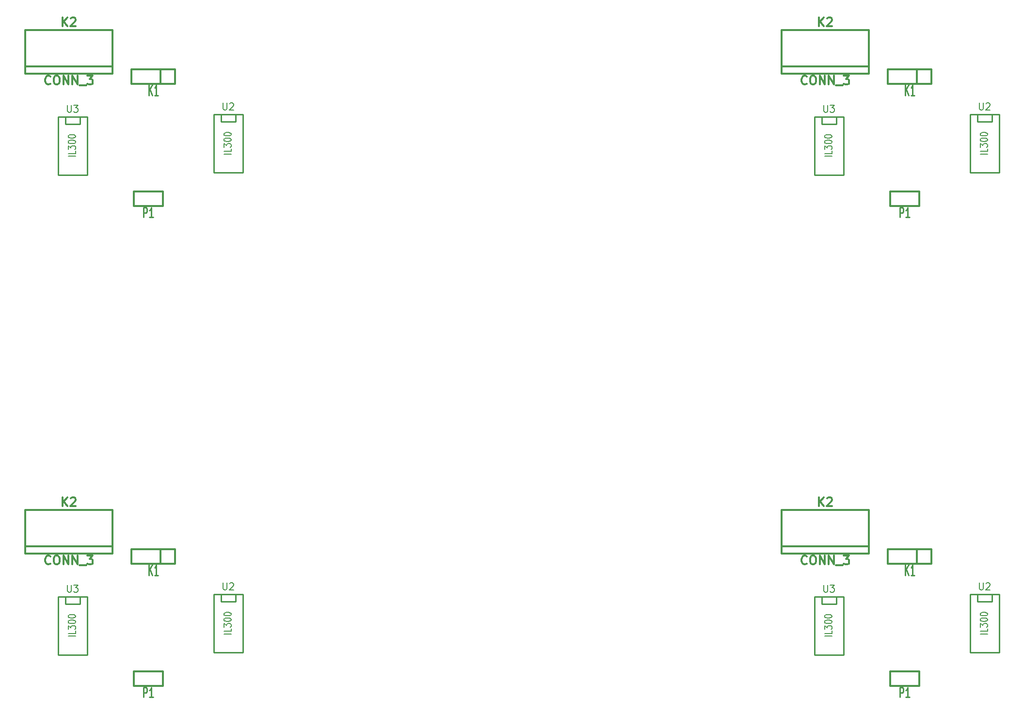
<source format=gto>
G04 (created by PCBNEW-RS274X (2011-nov-30)-testing) date Wed 03 Apr 2013 02:23:03 PM ART*
G01*
G70*
G90*
%MOIN*%
G04 Gerber Fmt 3.4, Leading zero omitted, Abs format*
%FSLAX34Y34*%
G04 APERTURE LIST*
%ADD10C,0.006000*%
%ADD11C,0.012000*%
%ADD12C,0.010000*%
%ADD13C,0.010700*%
%ADD14C,0.008000*%
%ADD15C,0.010600*%
G04 APERTURE END LIST*
G54D10*
G54D11*
X100200Y-66600D02*
X100200Y-63600D01*
X106200Y-66600D02*
X106200Y-63600D01*
X100200Y-66100D02*
X106200Y-66100D01*
X100200Y-63600D02*
X106200Y-63600D01*
X100200Y-66600D02*
X106200Y-66600D01*
X109650Y-74700D02*
X109650Y-75700D01*
X109650Y-75700D02*
X107650Y-75700D01*
X107650Y-75700D02*
X107650Y-74700D01*
X107650Y-74700D02*
X109650Y-74700D01*
G54D12*
X114650Y-69400D02*
X114650Y-69900D01*
X114650Y-69900D02*
X113650Y-69900D01*
X113650Y-69900D02*
X113650Y-69400D01*
X115150Y-69400D02*
X115150Y-73400D01*
X115150Y-73400D02*
X113150Y-73400D01*
X113150Y-73400D02*
X113150Y-69400D01*
X113150Y-69400D02*
X115150Y-69400D01*
X103950Y-69550D02*
X103950Y-70050D01*
X103950Y-70050D02*
X102950Y-70050D01*
X102950Y-70050D02*
X102950Y-69550D01*
X104450Y-69550D02*
X104450Y-73550D01*
X104450Y-73550D02*
X102450Y-73550D01*
X102450Y-73550D02*
X102450Y-69550D01*
X102450Y-69550D02*
X104450Y-69550D01*
G54D11*
X110500Y-66300D02*
X110500Y-67300D01*
X110500Y-67300D02*
X107500Y-67300D01*
X107500Y-67300D02*
X107500Y-66300D01*
X107500Y-66300D02*
X110500Y-66300D01*
X109500Y-67300D02*
X109500Y-66300D01*
X110500Y-33300D02*
X110500Y-34300D01*
X110500Y-34300D02*
X107500Y-34300D01*
X107500Y-34300D02*
X107500Y-33300D01*
X107500Y-33300D02*
X110500Y-33300D01*
X109500Y-34300D02*
X109500Y-33300D01*
G54D12*
X103950Y-36550D02*
X103950Y-37050D01*
X103950Y-37050D02*
X102950Y-37050D01*
X102950Y-37050D02*
X102950Y-36550D01*
X104450Y-36550D02*
X104450Y-40550D01*
X104450Y-40550D02*
X102450Y-40550D01*
X102450Y-40550D02*
X102450Y-36550D01*
X102450Y-36550D02*
X104450Y-36550D01*
X114650Y-36400D02*
X114650Y-36900D01*
X114650Y-36900D02*
X113650Y-36900D01*
X113650Y-36900D02*
X113650Y-36400D01*
X115150Y-36400D02*
X115150Y-40400D01*
X115150Y-40400D02*
X113150Y-40400D01*
X113150Y-40400D02*
X113150Y-36400D01*
X113150Y-36400D02*
X115150Y-36400D01*
G54D11*
X109650Y-41700D02*
X109650Y-42700D01*
X109650Y-42700D02*
X107650Y-42700D01*
X107650Y-42700D02*
X107650Y-41700D01*
X107650Y-41700D02*
X109650Y-41700D01*
X100200Y-33600D02*
X100200Y-30600D01*
X106200Y-33600D02*
X106200Y-30600D01*
X100200Y-33100D02*
X106200Y-33100D01*
X100200Y-30600D02*
X106200Y-30600D01*
X100200Y-33600D02*
X106200Y-33600D01*
X48200Y-33600D02*
X48200Y-30600D01*
X54200Y-33600D02*
X54200Y-30600D01*
X48200Y-33100D02*
X54200Y-33100D01*
X48200Y-30600D02*
X54200Y-30600D01*
X48200Y-33600D02*
X54200Y-33600D01*
X57650Y-41700D02*
X57650Y-42700D01*
X57650Y-42700D02*
X55650Y-42700D01*
X55650Y-42700D02*
X55650Y-41700D01*
X55650Y-41700D02*
X57650Y-41700D01*
G54D12*
X62650Y-36400D02*
X62650Y-36900D01*
X62650Y-36900D02*
X61650Y-36900D01*
X61650Y-36900D02*
X61650Y-36400D01*
X63150Y-36400D02*
X63150Y-40400D01*
X63150Y-40400D02*
X61150Y-40400D01*
X61150Y-40400D02*
X61150Y-36400D01*
X61150Y-36400D02*
X63150Y-36400D01*
X51950Y-36550D02*
X51950Y-37050D01*
X51950Y-37050D02*
X50950Y-37050D01*
X50950Y-37050D02*
X50950Y-36550D01*
X52450Y-36550D02*
X52450Y-40550D01*
X52450Y-40550D02*
X50450Y-40550D01*
X50450Y-40550D02*
X50450Y-36550D01*
X50450Y-36550D02*
X52450Y-36550D01*
G54D11*
X58500Y-33300D02*
X58500Y-34300D01*
X58500Y-34300D02*
X55500Y-34300D01*
X55500Y-34300D02*
X55500Y-33300D01*
X55500Y-33300D02*
X58500Y-33300D01*
X57500Y-34300D02*
X57500Y-33300D01*
X58500Y-66300D02*
X58500Y-67300D01*
X58500Y-67300D02*
X55500Y-67300D01*
X55500Y-67300D02*
X55500Y-66300D01*
X55500Y-66300D02*
X58500Y-66300D01*
X57500Y-67300D02*
X57500Y-66300D01*
G54D12*
X51950Y-69550D02*
X51950Y-70050D01*
X51950Y-70050D02*
X50950Y-70050D01*
X50950Y-70050D02*
X50950Y-69550D01*
X52450Y-69550D02*
X52450Y-73550D01*
X52450Y-73550D02*
X50450Y-73550D01*
X50450Y-73550D02*
X50450Y-69550D01*
X50450Y-69550D02*
X52450Y-69550D01*
X62650Y-69400D02*
X62650Y-69900D01*
X62650Y-69900D02*
X61650Y-69900D01*
X61650Y-69900D02*
X61650Y-69400D01*
X63150Y-69400D02*
X63150Y-73400D01*
X63150Y-73400D02*
X61150Y-73400D01*
X61150Y-73400D02*
X61150Y-69400D01*
X61150Y-69400D02*
X63150Y-69400D01*
G54D11*
X57650Y-74700D02*
X57650Y-75700D01*
X57650Y-75700D02*
X55650Y-75700D01*
X55650Y-75700D02*
X55650Y-74700D01*
X55650Y-74700D02*
X57650Y-74700D01*
X48200Y-66600D02*
X48200Y-63600D01*
X54200Y-66600D02*
X54200Y-63600D01*
X48200Y-66100D02*
X54200Y-66100D01*
X48200Y-63600D02*
X54200Y-63600D01*
X48200Y-66600D02*
X54200Y-66600D01*
X102758Y-63343D02*
X102758Y-62743D01*
X103101Y-63343D02*
X102844Y-63000D01*
X103101Y-62743D02*
X102758Y-63086D01*
X103329Y-62800D02*
X103358Y-62771D01*
X103415Y-62743D01*
X103558Y-62743D01*
X103615Y-62771D01*
X103644Y-62800D01*
X103672Y-62857D01*
X103672Y-62914D01*
X103644Y-63000D01*
X103301Y-63343D01*
X103672Y-63343D01*
X101929Y-67286D02*
X101900Y-67314D01*
X101814Y-67343D01*
X101757Y-67343D01*
X101672Y-67314D01*
X101614Y-67257D01*
X101586Y-67200D01*
X101557Y-67086D01*
X101557Y-67000D01*
X101586Y-66886D01*
X101614Y-66829D01*
X101672Y-66771D01*
X101757Y-66743D01*
X101814Y-66743D01*
X101900Y-66771D01*
X101929Y-66800D01*
X102300Y-66743D02*
X102414Y-66743D01*
X102472Y-66771D01*
X102529Y-66829D01*
X102557Y-66943D01*
X102557Y-67143D01*
X102529Y-67257D01*
X102472Y-67314D01*
X102414Y-67343D01*
X102300Y-67343D01*
X102243Y-67314D01*
X102186Y-67257D01*
X102157Y-67143D01*
X102157Y-66943D01*
X102186Y-66829D01*
X102243Y-66771D01*
X102300Y-66743D01*
X102815Y-67343D02*
X102815Y-66743D01*
X103158Y-67343D01*
X103158Y-66743D01*
X103444Y-67343D02*
X103444Y-66743D01*
X103787Y-67343D01*
X103787Y-66743D01*
X103930Y-67400D02*
X104387Y-67400D01*
X104473Y-66743D02*
X104844Y-66743D01*
X104644Y-66971D01*
X104730Y-66971D01*
X104787Y-67000D01*
X104816Y-67029D01*
X104844Y-67086D01*
X104844Y-67229D01*
X104816Y-67286D01*
X104787Y-67314D01*
X104730Y-67343D01*
X104558Y-67343D01*
X104501Y-67314D01*
X104473Y-67286D01*
G54D13*
X108334Y-76475D02*
X108334Y-75794D01*
X108497Y-75794D01*
X108538Y-75827D01*
X108558Y-75859D01*
X108578Y-75924D01*
X108578Y-76021D01*
X108558Y-76086D01*
X108538Y-76118D01*
X108497Y-76151D01*
X108334Y-76151D01*
X108986Y-76475D02*
X108742Y-76475D01*
X108864Y-76475D02*
X108864Y-75794D01*
X108823Y-75891D01*
X108782Y-75956D01*
X108742Y-75989D01*
G54D14*
X113807Y-68602D02*
X113807Y-69007D01*
X113829Y-69055D01*
X113850Y-69079D01*
X113893Y-69102D01*
X113979Y-69102D01*
X114021Y-69079D01*
X114043Y-69055D01*
X114064Y-69007D01*
X114064Y-68602D01*
X114257Y-68650D02*
X114278Y-68626D01*
X114321Y-68602D01*
X114428Y-68602D01*
X114471Y-68626D01*
X114492Y-68650D01*
X114514Y-68698D01*
X114514Y-68745D01*
X114492Y-68817D01*
X114235Y-69102D01*
X114514Y-69102D01*
X114352Y-72133D02*
X113852Y-72133D01*
X114352Y-71752D02*
X114352Y-71943D01*
X113852Y-71943D01*
X113852Y-71657D02*
X113852Y-71409D01*
X114043Y-71543D01*
X114043Y-71485D01*
X114067Y-71447D01*
X114090Y-71428D01*
X114138Y-71409D01*
X114257Y-71409D01*
X114305Y-71428D01*
X114329Y-71447D01*
X114352Y-71485D01*
X114352Y-71600D01*
X114329Y-71638D01*
X114305Y-71657D01*
X113852Y-71162D02*
X113852Y-71123D01*
X113876Y-71085D01*
X113900Y-71066D01*
X113948Y-71047D01*
X114043Y-71028D01*
X114162Y-71028D01*
X114257Y-71047D01*
X114305Y-71066D01*
X114329Y-71085D01*
X114352Y-71123D01*
X114352Y-71162D01*
X114329Y-71200D01*
X114305Y-71219D01*
X114257Y-71238D01*
X114162Y-71257D01*
X114043Y-71257D01*
X113948Y-71238D01*
X113900Y-71219D01*
X113876Y-71200D01*
X113852Y-71162D01*
X113852Y-70781D02*
X113852Y-70742D01*
X113876Y-70704D01*
X113900Y-70685D01*
X113948Y-70666D01*
X114043Y-70647D01*
X114162Y-70647D01*
X114257Y-70666D01*
X114305Y-70685D01*
X114329Y-70704D01*
X114352Y-70742D01*
X114352Y-70781D01*
X114329Y-70819D01*
X114305Y-70838D01*
X114257Y-70857D01*
X114162Y-70876D01*
X114043Y-70876D01*
X113948Y-70857D01*
X113900Y-70838D01*
X113876Y-70819D01*
X113852Y-70781D01*
X103107Y-68752D02*
X103107Y-69157D01*
X103129Y-69205D01*
X103150Y-69229D01*
X103193Y-69252D01*
X103279Y-69252D01*
X103321Y-69229D01*
X103343Y-69205D01*
X103364Y-69157D01*
X103364Y-68752D01*
X103535Y-68752D02*
X103814Y-68752D01*
X103664Y-68943D01*
X103728Y-68943D01*
X103771Y-68967D01*
X103792Y-68990D01*
X103814Y-69038D01*
X103814Y-69157D01*
X103792Y-69205D01*
X103771Y-69229D01*
X103728Y-69252D01*
X103600Y-69252D01*
X103557Y-69229D01*
X103535Y-69205D01*
X103652Y-72283D02*
X103152Y-72283D01*
X103652Y-71902D02*
X103652Y-72093D01*
X103152Y-72093D01*
X103152Y-71807D02*
X103152Y-71559D01*
X103343Y-71693D01*
X103343Y-71635D01*
X103367Y-71597D01*
X103390Y-71578D01*
X103438Y-71559D01*
X103557Y-71559D01*
X103605Y-71578D01*
X103629Y-71597D01*
X103652Y-71635D01*
X103652Y-71750D01*
X103629Y-71788D01*
X103605Y-71807D01*
X103152Y-71312D02*
X103152Y-71273D01*
X103176Y-71235D01*
X103200Y-71216D01*
X103248Y-71197D01*
X103343Y-71178D01*
X103462Y-71178D01*
X103557Y-71197D01*
X103605Y-71216D01*
X103629Y-71235D01*
X103652Y-71273D01*
X103652Y-71312D01*
X103629Y-71350D01*
X103605Y-71369D01*
X103557Y-71388D01*
X103462Y-71407D01*
X103343Y-71407D01*
X103248Y-71388D01*
X103200Y-71369D01*
X103176Y-71350D01*
X103152Y-71312D01*
X103152Y-70931D02*
X103152Y-70892D01*
X103176Y-70854D01*
X103200Y-70835D01*
X103248Y-70816D01*
X103343Y-70797D01*
X103462Y-70797D01*
X103557Y-70816D01*
X103605Y-70835D01*
X103629Y-70854D01*
X103652Y-70892D01*
X103652Y-70931D01*
X103629Y-70969D01*
X103605Y-70988D01*
X103557Y-71007D01*
X103462Y-71026D01*
X103343Y-71026D01*
X103248Y-71007D01*
X103200Y-70988D01*
X103176Y-70969D01*
X103152Y-70931D01*
G54D15*
X108687Y-68085D02*
X108687Y-67380D01*
X108929Y-68085D02*
X108748Y-67682D01*
X108929Y-67380D02*
X108687Y-67783D01*
X109333Y-68085D02*
X109091Y-68085D01*
X109212Y-68085D02*
X109212Y-67380D01*
X109172Y-67481D01*
X109131Y-67548D01*
X109091Y-67581D01*
X108687Y-35085D02*
X108687Y-34380D01*
X108929Y-35085D02*
X108748Y-34682D01*
X108929Y-34380D02*
X108687Y-34783D01*
X109333Y-35085D02*
X109091Y-35085D01*
X109212Y-35085D02*
X109212Y-34380D01*
X109172Y-34481D01*
X109131Y-34548D01*
X109091Y-34581D01*
G54D14*
X103107Y-35752D02*
X103107Y-36157D01*
X103129Y-36205D01*
X103150Y-36229D01*
X103193Y-36252D01*
X103279Y-36252D01*
X103321Y-36229D01*
X103343Y-36205D01*
X103364Y-36157D01*
X103364Y-35752D01*
X103535Y-35752D02*
X103814Y-35752D01*
X103664Y-35943D01*
X103728Y-35943D01*
X103771Y-35967D01*
X103792Y-35990D01*
X103814Y-36038D01*
X103814Y-36157D01*
X103792Y-36205D01*
X103771Y-36229D01*
X103728Y-36252D01*
X103600Y-36252D01*
X103557Y-36229D01*
X103535Y-36205D01*
X103652Y-39283D02*
X103152Y-39283D01*
X103652Y-38902D02*
X103652Y-39093D01*
X103152Y-39093D01*
X103152Y-38807D02*
X103152Y-38559D01*
X103343Y-38693D01*
X103343Y-38635D01*
X103367Y-38597D01*
X103390Y-38578D01*
X103438Y-38559D01*
X103557Y-38559D01*
X103605Y-38578D01*
X103629Y-38597D01*
X103652Y-38635D01*
X103652Y-38750D01*
X103629Y-38788D01*
X103605Y-38807D01*
X103152Y-38312D02*
X103152Y-38273D01*
X103176Y-38235D01*
X103200Y-38216D01*
X103248Y-38197D01*
X103343Y-38178D01*
X103462Y-38178D01*
X103557Y-38197D01*
X103605Y-38216D01*
X103629Y-38235D01*
X103652Y-38273D01*
X103652Y-38312D01*
X103629Y-38350D01*
X103605Y-38369D01*
X103557Y-38388D01*
X103462Y-38407D01*
X103343Y-38407D01*
X103248Y-38388D01*
X103200Y-38369D01*
X103176Y-38350D01*
X103152Y-38312D01*
X103152Y-37931D02*
X103152Y-37892D01*
X103176Y-37854D01*
X103200Y-37835D01*
X103248Y-37816D01*
X103343Y-37797D01*
X103462Y-37797D01*
X103557Y-37816D01*
X103605Y-37835D01*
X103629Y-37854D01*
X103652Y-37892D01*
X103652Y-37931D01*
X103629Y-37969D01*
X103605Y-37988D01*
X103557Y-38007D01*
X103462Y-38026D01*
X103343Y-38026D01*
X103248Y-38007D01*
X103200Y-37988D01*
X103176Y-37969D01*
X103152Y-37931D01*
X113807Y-35602D02*
X113807Y-36007D01*
X113829Y-36055D01*
X113850Y-36079D01*
X113893Y-36102D01*
X113979Y-36102D01*
X114021Y-36079D01*
X114043Y-36055D01*
X114064Y-36007D01*
X114064Y-35602D01*
X114257Y-35650D02*
X114278Y-35626D01*
X114321Y-35602D01*
X114428Y-35602D01*
X114471Y-35626D01*
X114492Y-35650D01*
X114514Y-35698D01*
X114514Y-35745D01*
X114492Y-35817D01*
X114235Y-36102D01*
X114514Y-36102D01*
X114352Y-39133D02*
X113852Y-39133D01*
X114352Y-38752D02*
X114352Y-38943D01*
X113852Y-38943D01*
X113852Y-38657D02*
X113852Y-38409D01*
X114043Y-38543D01*
X114043Y-38485D01*
X114067Y-38447D01*
X114090Y-38428D01*
X114138Y-38409D01*
X114257Y-38409D01*
X114305Y-38428D01*
X114329Y-38447D01*
X114352Y-38485D01*
X114352Y-38600D01*
X114329Y-38638D01*
X114305Y-38657D01*
X113852Y-38162D02*
X113852Y-38123D01*
X113876Y-38085D01*
X113900Y-38066D01*
X113948Y-38047D01*
X114043Y-38028D01*
X114162Y-38028D01*
X114257Y-38047D01*
X114305Y-38066D01*
X114329Y-38085D01*
X114352Y-38123D01*
X114352Y-38162D01*
X114329Y-38200D01*
X114305Y-38219D01*
X114257Y-38238D01*
X114162Y-38257D01*
X114043Y-38257D01*
X113948Y-38238D01*
X113900Y-38219D01*
X113876Y-38200D01*
X113852Y-38162D01*
X113852Y-37781D02*
X113852Y-37742D01*
X113876Y-37704D01*
X113900Y-37685D01*
X113948Y-37666D01*
X114043Y-37647D01*
X114162Y-37647D01*
X114257Y-37666D01*
X114305Y-37685D01*
X114329Y-37704D01*
X114352Y-37742D01*
X114352Y-37781D01*
X114329Y-37819D01*
X114305Y-37838D01*
X114257Y-37857D01*
X114162Y-37876D01*
X114043Y-37876D01*
X113948Y-37857D01*
X113900Y-37838D01*
X113876Y-37819D01*
X113852Y-37781D01*
G54D13*
X108334Y-43475D02*
X108334Y-42794D01*
X108497Y-42794D01*
X108538Y-42827D01*
X108558Y-42859D01*
X108578Y-42924D01*
X108578Y-43021D01*
X108558Y-43086D01*
X108538Y-43118D01*
X108497Y-43151D01*
X108334Y-43151D01*
X108986Y-43475D02*
X108742Y-43475D01*
X108864Y-43475D02*
X108864Y-42794D01*
X108823Y-42891D01*
X108782Y-42956D01*
X108742Y-42989D01*
G54D11*
X102758Y-30343D02*
X102758Y-29743D01*
X103101Y-30343D02*
X102844Y-30000D01*
X103101Y-29743D02*
X102758Y-30086D01*
X103329Y-29800D02*
X103358Y-29771D01*
X103415Y-29743D01*
X103558Y-29743D01*
X103615Y-29771D01*
X103644Y-29800D01*
X103672Y-29857D01*
X103672Y-29914D01*
X103644Y-30000D01*
X103301Y-30343D01*
X103672Y-30343D01*
X101929Y-34286D02*
X101900Y-34314D01*
X101814Y-34343D01*
X101757Y-34343D01*
X101672Y-34314D01*
X101614Y-34257D01*
X101586Y-34200D01*
X101557Y-34086D01*
X101557Y-34000D01*
X101586Y-33886D01*
X101614Y-33829D01*
X101672Y-33771D01*
X101757Y-33743D01*
X101814Y-33743D01*
X101900Y-33771D01*
X101929Y-33800D01*
X102300Y-33743D02*
X102414Y-33743D01*
X102472Y-33771D01*
X102529Y-33829D01*
X102557Y-33943D01*
X102557Y-34143D01*
X102529Y-34257D01*
X102472Y-34314D01*
X102414Y-34343D01*
X102300Y-34343D01*
X102243Y-34314D01*
X102186Y-34257D01*
X102157Y-34143D01*
X102157Y-33943D01*
X102186Y-33829D01*
X102243Y-33771D01*
X102300Y-33743D01*
X102815Y-34343D02*
X102815Y-33743D01*
X103158Y-34343D01*
X103158Y-33743D01*
X103444Y-34343D02*
X103444Y-33743D01*
X103787Y-34343D01*
X103787Y-33743D01*
X103930Y-34400D02*
X104387Y-34400D01*
X104473Y-33743D02*
X104844Y-33743D01*
X104644Y-33971D01*
X104730Y-33971D01*
X104787Y-34000D01*
X104816Y-34029D01*
X104844Y-34086D01*
X104844Y-34229D01*
X104816Y-34286D01*
X104787Y-34314D01*
X104730Y-34343D01*
X104558Y-34343D01*
X104501Y-34314D01*
X104473Y-34286D01*
X50758Y-30343D02*
X50758Y-29743D01*
X51101Y-30343D02*
X50844Y-30000D01*
X51101Y-29743D02*
X50758Y-30086D01*
X51329Y-29800D02*
X51358Y-29771D01*
X51415Y-29743D01*
X51558Y-29743D01*
X51615Y-29771D01*
X51644Y-29800D01*
X51672Y-29857D01*
X51672Y-29914D01*
X51644Y-30000D01*
X51301Y-30343D01*
X51672Y-30343D01*
X49929Y-34286D02*
X49900Y-34314D01*
X49814Y-34343D01*
X49757Y-34343D01*
X49672Y-34314D01*
X49614Y-34257D01*
X49586Y-34200D01*
X49557Y-34086D01*
X49557Y-34000D01*
X49586Y-33886D01*
X49614Y-33829D01*
X49672Y-33771D01*
X49757Y-33743D01*
X49814Y-33743D01*
X49900Y-33771D01*
X49929Y-33800D01*
X50300Y-33743D02*
X50414Y-33743D01*
X50472Y-33771D01*
X50529Y-33829D01*
X50557Y-33943D01*
X50557Y-34143D01*
X50529Y-34257D01*
X50472Y-34314D01*
X50414Y-34343D01*
X50300Y-34343D01*
X50243Y-34314D01*
X50186Y-34257D01*
X50157Y-34143D01*
X50157Y-33943D01*
X50186Y-33829D01*
X50243Y-33771D01*
X50300Y-33743D01*
X50815Y-34343D02*
X50815Y-33743D01*
X51158Y-34343D01*
X51158Y-33743D01*
X51444Y-34343D02*
X51444Y-33743D01*
X51787Y-34343D01*
X51787Y-33743D01*
X51930Y-34400D02*
X52387Y-34400D01*
X52473Y-33743D02*
X52844Y-33743D01*
X52644Y-33971D01*
X52730Y-33971D01*
X52787Y-34000D01*
X52816Y-34029D01*
X52844Y-34086D01*
X52844Y-34229D01*
X52816Y-34286D01*
X52787Y-34314D01*
X52730Y-34343D01*
X52558Y-34343D01*
X52501Y-34314D01*
X52473Y-34286D01*
G54D13*
X56334Y-43475D02*
X56334Y-42794D01*
X56497Y-42794D01*
X56538Y-42827D01*
X56558Y-42859D01*
X56578Y-42924D01*
X56578Y-43021D01*
X56558Y-43086D01*
X56538Y-43118D01*
X56497Y-43151D01*
X56334Y-43151D01*
X56986Y-43475D02*
X56742Y-43475D01*
X56864Y-43475D02*
X56864Y-42794D01*
X56823Y-42891D01*
X56782Y-42956D01*
X56742Y-42989D01*
G54D14*
X61807Y-35602D02*
X61807Y-36007D01*
X61829Y-36055D01*
X61850Y-36079D01*
X61893Y-36102D01*
X61979Y-36102D01*
X62021Y-36079D01*
X62043Y-36055D01*
X62064Y-36007D01*
X62064Y-35602D01*
X62257Y-35650D02*
X62278Y-35626D01*
X62321Y-35602D01*
X62428Y-35602D01*
X62471Y-35626D01*
X62492Y-35650D01*
X62514Y-35698D01*
X62514Y-35745D01*
X62492Y-35817D01*
X62235Y-36102D01*
X62514Y-36102D01*
X62352Y-39133D02*
X61852Y-39133D01*
X62352Y-38752D02*
X62352Y-38943D01*
X61852Y-38943D01*
X61852Y-38657D02*
X61852Y-38409D01*
X62043Y-38543D01*
X62043Y-38485D01*
X62067Y-38447D01*
X62090Y-38428D01*
X62138Y-38409D01*
X62257Y-38409D01*
X62305Y-38428D01*
X62329Y-38447D01*
X62352Y-38485D01*
X62352Y-38600D01*
X62329Y-38638D01*
X62305Y-38657D01*
X61852Y-38162D02*
X61852Y-38123D01*
X61876Y-38085D01*
X61900Y-38066D01*
X61948Y-38047D01*
X62043Y-38028D01*
X62162Y-38028D01*
X62257Y-38047D01*
X62305Y-38066D01*
X62329Y-38085D01*
X62352Y-38123D01*
X62352Y-38162D01*
X62329Y-38200D01*
X62305Y-38219D01*
X62257Y-38238D01*
X62162Y-38257D01*
X62043Y-38257D01*
X61948Y-38238D01*
X61900Y-38219D01*
X61876Y-38200D01*
X61852Y-38162D01*
X61852Y-37781D02*
X61852Y-37742D01*
X61876Y-37704D01*
X61900Y-37685D01*
X61948Y-37666D01*
X62043Y-37647D01*
X62162Y-37647D01*
X62257Y-37666D01*
X62305Y-37685D01*
X62329Y-37704D01*
X62352Y-37742D01*
X62352Y-37781D01*
X62329Y-37819D01*
X62305Y-37838D01*
X62257Y-37857D01*
X62162Y-37876D01*
X62043Y-37876D01*
X61948Y-37857D01*
X61900Y-37838D01*
X61876Y-37819D01*
X61852Y-37781D01*
X51107Y-35752D02*
X51107Y-36157D01*
X51129Y-36205D01*
X51150Y-36229D01*
X51193Y-36252D01*
X51279Y-36252D01*
X51321Y-36229D01*
X51343Y-36205D01*
X51364Y-36157D01*
X51364Y-35752D01*
X51535Y-35752D02*
X51814Y-35752D01*
X51664Y-35943D01*
X51728Y-35943D01*
X51771Y-35967D01*
X51792Y-35990D01*
X51814Y-36038D01*
X51814Y-36157D01*
X51792Y-36205D01*
X51771Y-36229D01*
X51728Y-36252D01*
X51600Y-36252D01*
X51557Y-36229D01*
X51535Y-36205D01*
X51652Y-39283D02*
X51152Y-39283D01*
X51652Y-38902D02*
X51652Y-39093D01*
X51152Y-39093D01*
X51152Y-38807D02*
X51152Y-38559D01*
X51343Y-38693D01*
X51343Y-38635D01*
X51367Y-38597D01*
X51390Y-38578D01*
X51438Y-38559D01*
X51557Y-38559D01*
X51605Y-38578D01*
X51629Y-38597D01*
X51652Y-38635D01*
X51652Y-38750D01*
X51629Y-38788D01*
X51605Y-38807D01*
X51152Y-38312D02*
X51152Y-38273D01*
X51176Y-38235D01*
X51200Y-38216D01*
X51248Y-38197D01*
X51343Y-38178D01*
X51462Y-38178D01*
X51557Y-38197D01*
X51605Y-38216D01*
X51629Y-38235D01*
X51652Y-38273D01*
X51652Y-38312D01*
X51629Y-38350D01*
X51605Y-38369D01*
X51557Y-38388D01*
X51462Y-38407D01*
X51343Y-38407D01*
X51248Y-38388D01*
X51200Y-38369D01*
X51176Y-38350D01*
X51152Y-38312D01*
X51152Y-37931D02*
X51152Y-37892D01*
X51176Y-37854D01*
X51200Y-37835D01*
X51248Y-37816D01*
X51343Y-37797D01*
X51462Y-37797D01*
X51557Y-37816D01*
X51605Y-37835D01*
X51629Y-37854D01*
X51652Y-37892D01*
X51652Y-37931D01*
X51629Y-37969D01*
X51605Y-37988D01*
X51557Y-38007D01*
X51462Y-38026D01*
X51343Y-38026D01*
X51248Y-38007D01*
X51200Y-37988D01*
X51176Y-37969D01*
X51152Y-37931D01*
G54D15*
X56687Y-35085D02*
X56687Y-34380D01*
X56929Y-35085D02*
X56748Y-34682D01*
X56929Y-34380D02*
X56687Y-34783D01*
X57333Y-35085D02*
X57091Y-35085D01*
X57212Y-35085D02*
X57212Y-34380D01*
X57172Y-34481D01*
X57131Y-34548D01*
X57091Y-34581D01*
X56687Y-68085D02*
X56687Y-67380D01*
X56929Y-68085D02*
X56748Y-67682D01*
X56929Y-67380D02*
X56687Y-67783D01*
X57333Y-68085D02*
X57091Y-68085D01*
X57212Y-68085D02*
X57212Y-67380D01*
X57172Y-67481D01*
X57131Y-67548D01*
X57091Y-67581D01*
G54D14*
X51107Y-68752D02*
X51107Y-69157D01*
X51129Y-69205D01*
X51150Y-69229D01*
X51193Y-69252D01*
X51279Y-69252D01*
X51321Y-69229D01*
X51343Y-69205D01*
X51364Y-69157D01*
X51364Y-68752D01*
X51535Y-68752D02*
X51814Y-68752D01*
X51664Y-68943D01*
X51728Y-68943D01*
X51771Y-68967D01*
X51792Y-68990D01*
X51814Y-69038D01*
X51814Y-69157D01*
X51792Y-69205D01*
X51771Y-69229D01*
X51728Y-69252D01*
X51600Y-69252D01*
X51557Y-69229D01*
X51535Y-69205D01*
X51652Y-72283D02*
X51152Y-72283D01*
X51652Y-71902D02*
X51652Y-72093D01*
X51152Y-72093D01*
X51152Y-71807D02*
X51152Y-71559D01*
X51343Y-71693D01*
X51343Y-71635D01*
X51367Y-71597D01*
X51390Y-71578D01*
X51438Y-71559D01*
X51557Y-71559D01*
X51605Y-71578D01*
X51629Y-71597D01*
X51652Y-71635D01*
X51652Y-71750D01*
X51629Y-71788D01*
X51605Y-71807D01*
X51152Y-71312D02*
X51152Y-71273D01*
X51176Y-71235D01*
X51200Y-71216D01*
X51248Y-71197D01*
X51343Y-71178D01*
X51462Y-71178D01*
X51557Y-71197D01*
X51605Y-71216D01*
X51629Y-71235D01*
X51652Y-71273D01*
X51652Y-71312D01*
X51629Y-71350D01*
X51605Y-71369D01*
X51557Y-71388D01*
X51462Y-71407D01*
X51343Y-71407D01*
X51248Y-71388D01*
X51200Y-71369D01*
X51176Y-71350D01*
X51152Y-71312D01*
X51152Y-70931D02*
X51152Y-70892D01*
X51176Y-70854D01*
X51200Y-70835D01*
X51248Y-70816D01*
X51343Y-70797D01*
X51462Y-70797D01*
X51557Y-70816D01*
X51605Y-70835D01*
X51629Y-70854D01*
X51652Y-70892D01*
X51652Y-70931D01*
X51629Y-70969D01*
X51605Y-70988D01*
X51557Y-71007D01*
X51462Y-71026D01*
X51343Y-71026D01*
X51248Y-71007D01*
X51200Y-70988D01*
X51176Y-70969D01*
X51152Y-70931D01*
X61807Y-68602D02*
X61807Y-69007D01*
X61829Y-69055D01*
X61850Y-69079D01*
X61893Y-69102D01*
X61979Y-69102D01*
X62021Y-69079D01*
X62043Y-69055D01*
X62064Y-69007D01*
X62064Y-68602D01*
X62257Y-68650D02*
X62278Y-68626D01*
X62321Y-68602D01*
X62428Y-68602D01*
X62471Y-68626D01*
X62492Y-68650D01*
X62514Y-68698D01*
X62514Y-68745D01*
X62492Y-68817D01*
X62235Y-69102D01*
X62514Y-69102D01*
X62352Y-72133D02*
X61852Y-72133D01*
X62352Y-71752D02*
X62352Y-71943D01*
X61852Y-71943D01*
X61852Y-71657D02*
X61852Y-71409D01*
X62043Y-71543D01*
X62043Y-71485D01*
X62067Y-71447D01*
X62090Y-71428D01*
X62138Y-71409D01*
X62257Y-71409D01*
X62305Y-71428D01*
X62329Y-71447D01*
X62352Y-71485D01*
X62352Y-71600D01*
X62329Y-71638D01*
X62305Y-71657D01*
X61852Y-71162D02*
X61852Y-71123D01*
X61876Y-71085D01*
X61900Y-71066D01*
X61948Y-71047D01*
X62043Y-71028D01*
X62162Y-71028D01*
X62257Y-71047D01*
X62305Y-71066D01*
X62329Y-71085D01*
X62352Y-71123D01*
X62352Y-71162D01*
X62329Y-71200D01*
X62305Y-71219D01*
X62257Y-71238D01*
X62162Y-71257D01*
X62043Y-71257D01*
X61948Y-71238D01*
X61900Y-71219D01*
X61876Y-71200D01*
X61852Y-71162D01*
X61852Y-70781D02*
X61852Y-70742D01*
X61876Y-70704D01*
X61900Y-70685D01*
X61948Y-70666D01*
X62043Y-70647D01*
X62162Y-70647D01*
X62257Y-70666D01*
X62305Y-70685D01*
X62329Y-70704D01*
X62352Y-70742D01*
X62352Y-70781D01*
X62329Y-70819D01*
X62305Y-70838D01*
X62257Y-70857D01*
X62162Y-70876D01*
X62043Y-70876D01*
X61948Y-70857D01*
X61900Y-70838D01*
X61876Y-70819D01*
X61852Y-70781D01*
G54D13*
X56334Y-76475D02*
X56334Y-75794D01*
X56497Y-75794D01*
X56538Y-75827D01*
X56558Y-75859D01*
X56578Y-75924D01*
X56578Y-76021D01*
X56558Y-76086D01*
X56538Y-76118D01*
X56497Y-76151D01*
X56334Y-76151D01*
X56986Y-76475D02*
X56742Y-76475D01*
X56864Y-76475D02*
X56864Y-75794D01*
X56823Y-75891D01*
X56782Y-75956D01*
X56742Y-75989D01*
G54D11*
X50758Y-63343D02*
X50758Y-62743D01*
X51101Y-63343D02*
X50844Y-63000D01*
X51101Y-62743D02*
X50758Y-63086D01*
X51329Y-62800D02*
X51358Y-62771D01*
X51415Y-62743D01*
X51558Y-62743D01*
X51615Y-62771D01*
X51644Y-62800D01*
X51672Y-62857D01*
X51672Y-62914D01*
X51644Y-63000D01*
X51301Y-63343D01*
X51672Y-63343D01*
X49929Y-67286D02*
X49900Y-67314D01*
X49814Y-67343D01*
X49757Y-67343D01*
X49672Y-67314D01*
X49614Y-67257D01*
X49586Y-67200D01*
X49557Y-67086D01*
X49557Y-67000D01*
X49586Y-66886D01*
X49614Y-66829D01*
X49672Y-66771D01*
X49757Y-66743D01*
X49814Y-66743D01*
X49900Y-66771D01*
X49929Y-66800D01*
X50300Y-66743D02*
X50414Y-66743D01*
X50472Y-66771D01*
X50529Y-66829D01*
X50557Y-66943D01*
X50557Y-67143D01*
X50529Y-67257D01*
X50472Y-67314D01*
X50414Y-67343D01*
X50300Y-67343D01*
X50243Y-67314D01*
X50186Y-67257D01*
X50157Y-67143D01*
X50157Y-66943D01*
X50186Y-66829D01*
X50243Y-66771D01*
X50300Y-66743D01*
X50815Y-67343D02*
X50815Y-66743D01*
X51158Y-67343D01*
X51158Y-66743D01*
X51444Y-67343D02*
X51444Y-66743D01*
X51787Y-67343D01*
X51787Y-66743D01*
X51930Y-67400D02*
X52387Y-67400D01*
X52473Y-66743D02*
X52844Y-66743D01*
X52644Y-66971D01*
X52730Y-66971D01*
X52787Y-67000D01*
X52816Y-67029D01*
X52844Y-67086D01*
X52844Y-67229D01*
X52816Y-67286D01*
X52787Y-67314D01*
X52730Y-67343D01*
X52558Y-67343D01*
X52501Y-67314D01*
X52473Y-67286D01*
M02*

</source>
